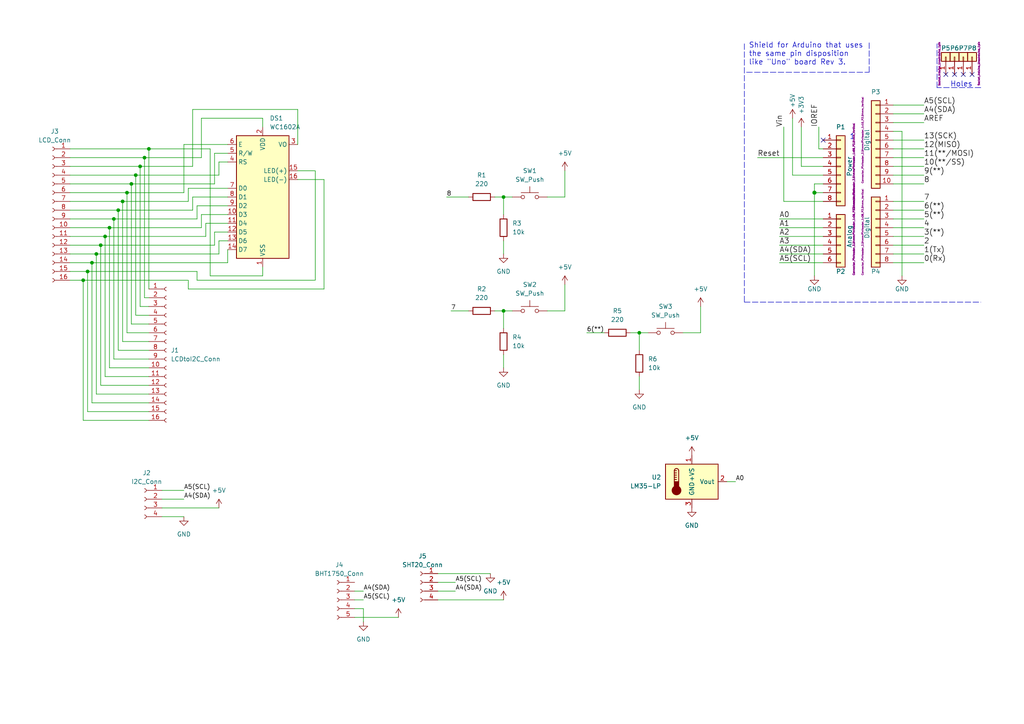
<source format=kicad_sch>
(kicad_sch (version 20211123) (generator eeschema)
  (paper "A4")
  (title_block (date "lun. 30 mars 2015"))
  (lib_symbols
    (symbol "Connector:Conn_01x04_Female" (pin_names (offset 1.016) hide)
      (property "Reference" "J" (at 0 5.08 0))
      (property "Value" "Conn_01x04_Female" (at 0 -7.62 0))
      (symbol "Conn_01x04_Female_1_1"
        (arc (start 0 -4.572) (mid -0.508 -5.08) (end 0 -5.588) (stroke (width 0.1524)))
        (arc (start 0 -2.032) (mid -0.508 -2.54) (end 0 -3.048) (stroke (width 0.1524)))
        (polyline (pts (xy -1.27 -5.08) (xy -0.508 -5.08)) (stroke (width 0.1524)))
        (polyline (pts (xy -1.27 -2.54) (xy -0.508 -2.54)) (stroke (width 0.1524)))
        (polyline (pts (xy -1.27 0) (xy -0.508 0)) (stroke (width 0.1524)))
        (polyline (pts (xy -1.27 2.54) (xy -0.508 2.54)) (stroke (width 0.1524)))
        (arc (start 0 0.508) (mid -0.508 0) (end 0 -0.508) (stroke (width 0.1524)))
        (arc (start 0 3.048) (mid -0.508 2.54) (end 0 2.032) (stroke (width 0.1524)))
        (pin passive line (at -5.08 2.54 0) (length 3.81) (name "Pin_1") (number "1"))
        (pin passive line (at -5.08 0 0) (length 3.81) (name "Pin_2") (number "2"))
        (pin passive line (at -5.08 -2.54 0) (length 3.81) (name "Pin_3") (number "3"))
        (pin passive line (at -5.08 -5.08 0) (length 3.81) (name "Pin_4") (number "4"))
      )
    )
    (symbol "Connector:Conn_01x05_Female" (pin_names (offset 1.016) hide)
      (property "Reference" "J" (at 0 7.62 0))
      (property "Value" "Conn_01x05_Female" (at 0 -7.62 0))
      (symbol "Conn_01x05_Female_1_1"
        (arc (start 0 -4.572) (mid -0.508 -5.08) (end 0 -5.588) (stroke (width 0.1524)))
        (arc (start 0 -2.032) (mid -0.508 -2.54) (end 0 -3.048) (stroke (width 0.1524)))
        (polyline (pts (xy -1.27 -5.08) (xy -0.508 -5.08)) (stroke (width 0.1524)))
        (polyline (pts (xy -1.27 -2.54) (xy -0.508 -2.54)) (stroke (width 0.1524)))
        (polyline (pts (xy -1.27 0) (xy -0.508 0)) (stroke (width 0.1524)))
        (polyline (pts (xy -1.27 2.54) (xy -0.508 2.54)) (stroke (width 0.1524)))
        (polyline (pts (xy -1.27 5.08) (xy -0.508 5.08)) (stroke (width 0.1524)))
        (arc (start 0 0.508) (mid -0.508 0) (end 0 -0.508) (stroke (width 0.1524)))
        (arc (start 0 3.048) (mid -0.508 2.54) (end 0 2.032) (stroke (width 0.1524)))
        (arc (start 0 5.588) (mid -0.508 5.08) (end 0 4.572) (stroke (width 0.1524)))
        (pin passive line (at -5.08 5.08 0) (length 3.81) (name "Pin_1") (number "1"))
        (pin passive line (at -5.08 2.54 0) (length 3.81) (name "Pin_2") (number "2"))
        (pin passive line (at -5.08 0 0) (length 3.81) (name "Pin_3") (number "3"))
        (pin passive line (at -5.08 -2.54 0) (length 3.81) (name "Pin_4") (number "4"))
        (pin passive line (at -5.08 -5.08 0) (length 3.81) (name "Pin_5") (number "5"))
      )
    )
    (symbol "Connector:Conn_01x16_Female" (pin_names (offset 1.016) hide)
      (property "Reference" "J" (at 0 20.32 0))
      (property "Value" "Conn_01x16_Female" (at 0 -22.86 0))
      (symbol "Conn_01x16_Female_1_1"
        (arc (start 0 -19.812) (mid -0.508 -20.32) (end 0 -20.828) (stroke (width 0.1524)))
        (arc (start 0 -17.272) (mid -0.508 -17.78) (end 0 -18.288) (stroke (width 0.1524)))
        (arc (start 0 -14.732) (mid -0.508 -15.24) (end 0 -15.748) (stroke (width 0.1524)))
        (arc (start 0 -12.192) (mid -0.508 -12.7) (end 0 -13.208) (stroke (width 0.1524)))
        (arc (start 0 -9.652) (mid -0.508 -10.16) (end 0 -10.668) (stroke (width 0.1524)))
        (arc (start 0 -7.112) (mid -0.508 -7.62) (end 0 -8.128) (stroke (width 0.1524)))
        (arc (start 0 -4.572) (mid -0.508 -5.08) (end 0 -5.588) (stroke (width 0.1524)))
        (arc (start 0 -2.032) (mid -0.508 -2.54) (end 0 -3.048) (stroke (width 0.1524)))
        (polyline (pts (xy -1.27 -20.32) (xy -0.508 -20.32)) (stroke (width 0.1524)))
        (polyline (pts (xy -1.27 -17.78) (xy -0.508 -17.78)) (stroke (width 0.1524)))
        (polyline (pts (xy -1.27 -15.24) (xy -0.508 -15.24)) (stroke (width 0.1524)))
        (polyline (pts (xy -1.27 -12.7) (xy -0.508 -12.7)) (stroke (width 0.1524)))
        (polyline (pts (xy -1.27 -10.16) (xy -0.508 -10.16)) (stroke (width 0.1524)))
        (polyline (pts (xy -1.27 -7.62) (xy -0.508 -7.62)) (stroke (width 0.1524)))
        (polyline (pts (xy -1.27 -5.08) (xy -0.508 -5.08)) (stroke (width 0.1524)))
        (polyline (pts (xy -1.27 -2.54) (xy -0.508 -2.54)) (stroke (width 0.1524)))
        (polyline (pts (xy -1.27 0) (xy -0.508 0)) (stroke (width 0.1524)))
        (polyline (pts (xy -1.27 2.54) (xy -0.508 2.54)) (stroke (width 0.1524)))
        (polyline (pts (xy -1.27 5.08) (xy -0.508 5.08)) (stroke (width 0.1524)))
        (polyline (pts (xy -1.27 7.62) (xy -0.508 7.62)) (stroke (width 0.1524)))
        (polyline (pts (xy -1.27 10.16) (xy -0.508 10.16)) (stroke (width 0.1524)))
        (polyline (pts (xy -1.27 12.7) (xy -0.508 12.7)) (stroke (width 0.1524)))
        (polyline (pts (xy -1.27 15.24) (xy -0.508 15.24)) (stroke (width 0.1524)))
        (polyline (pts (xy -1.27 17.78) (xy -0.508 17.78)) (stroke (width 0.1524)))
        (arc (start 0 0.508) (mid -0.508 0) (end 0 -0.508) (stroke (width 0.1524)))
        (arc (start 0 3.048) (mid -0.508 2.54) (end 0 2.032) (stroke (width 0.1524)))
        (arc (start 0 5.588) (mid -0.508 5.08) (end 0 4.572) (stroke (width 0.1524)))
        (arc (start 0 8.128) (mid -0.508 7.62) (end 0 7.112) (stroke (width 0.1524)))
        (arc (start 0 10.668) (mid -0.508 10.16) (end 0 9.652) (stroke (width 0.1524)))
        (arc (start 0 13.208) (mid -0.508 12.7) (end 0 12.192) (stroke (width 0.1524)))
        (arc (start 0 15.748) (mid -0.508 15.24) (end 0 14.732) (stroke (width 0.1524)))
        (arc (start 0 18.288) (mid -0.508 17.78) (end 0 17.272) (stroke (width 0.1524)))
        (pin passive line (at -5.08 17.78 0) (length 3.81) (name "Pin_1") (number "1"))
        (pin passive line (at -5.08 -5.08 0) (length 3.81) (name "Pin_10") (number "10"))
        (pin passive line (at -5.08 -7.62 0) (length 3.81) (name "Pin_11") (number "11"))
        (pin passive line (at -5.08 -10.16 0) (length 3.81) (name "Pin_12") (number "12"))
        (pin passive line (at -5.08 -12.7 0) (length 3.81) (name "Pin_13") (number "13"))
        (pin passive line (at -5.08 -15.24 0) (length 3.81) (name "Pin_14") (number "14"))
        (pin passive line (at -5.08 -17.78 0) (length 3.81) (name "Pin_15") (number "15"))
        (pin passive line (at -5.08 -20.32 0) (length 3.81) (name "Pin_16") (number "16"))
        (pin passive line (at -5.08 15.24 0) (length 3.81) (name "Pin_2") (number "2"))
        (pin passive line (at -5.08 12.7 0) (length 3.81) (name "Pin_3") (number "3"))
        (pin passive line (at -5.08 10.16 0) (length 3.81) (name "Pin_4") (number "4"))
        (pin passive line (at -5.08 7.62 0) (length 3.81) (name "Pin_5") (number "5"))
        (pin passive line (at -5.08 5.08 0) (length 3.81) (name "Pin_6") (number "6"))
        (pin passive line (at -5.08 2.54 0) (length 3.81) (name "Pin_7") (number "7"))
        (pin passive line (at -5.08 0 0) (length 3.81) (name "Pin_8") (number "8"))
        (pin passive line (at -5.08 -2.54 0) (length 3.81) (name "Pin_9") (number "9"))
      )
    )
    (symbol "Connector_Generic:Conn_01x01" (pin_names (offset 1.016) hide)
      (property "Reference" "J" (at 0 2.54 0))
      (property "Value" "Conn_01x01" (at 0 -2.54 0))
      (symbol "Conn_01x01_1_1"
        (rectangle (start -1.27 0.127) (end 0 -0.127) (stroke (width 0.1524)))
        (rectangle (start -1.27 1.27) (end 1.27 -1.27) (stroke (width 0.254)) (fill (type background)))
        (pin passive line (at -5.08 0 0) (length 3.81) (name "Pin_1") (number "1"))
      )
    )
    (symbol "Connector_Generic:Conn_01x06" (pin_names (offset 1.016) hide)
      (property "Reference" "J" (at 0 7.62 0))
      (property "Value" "Conn_01x06" (at 0 -10.16 0))
      (symbol "Conn_01x06_1_1"
        (rectangle (start -1.27 -7.493) (end 0 -7.747) (stroke (width 0.1524)))
        (rectangle (start -1.27 -4.953) (end 0 -5.207) (stroke (width 0.1524)))
        (rectangle (start -1.27 -2.413) (end 0 -2.667) (stroke (width 0.1524)))
        (rectangle (start -1.27 0.127) (end 0 -0.127) (stroke (width 0.1524)))
        (rectangle (start -1.27 2.667) (end 0 2.413) (stroke (width 0.1524)))
        (rectangle (start -1.27 5.207) (end 0 4.953) (stroke (width 0.1524)))
        (rectangle (start -1.27 6.35) (end 1.27 -8.89) (stroke (width 0.254)) (fill (type background)))
        (pin passive line (at -5.08 5.08 0) (length 3.81) (name "Pin_1") (number "1"))
        (pin passive line (at -5.08 2.54 0) (length 3.81) (name "Pin_2") (number "2"))
        (pin passive line (at -5.08 0 0) (length 3.81) (name "Pin_3") (number "3"))
        (pin passive line (at -5.08 -2.54 0) (length 3.81) (name "Pin_4") (number "4"))
        (pin passive line (at -5.08 -5.08 0) (length 3.81) (name "Pin_5") (number "5"))
        (pin passive line (at -5.08 -7.62 0) (length 3.81) (name "Pin_6") (number "6"))
      )
    )
    (symbol "Connector_Generic:Conn_01x08" (pin_names (offset 1.016) hide)
      (property "Reference" "J" (at 0 10.16 0))
      (property "Value" "Conn_01x08" (at 0 -12.7 0))
      (symbol "Conn_01x08_1_1"
        (rectangle (start -1.27 -10.033) (end 0 -10.287) (stroke (width 0.1524)))
        (rectangle (start -1.27 -7.493) (end 0 -7.747) (stroke (width 0.1524)))
        (rectangle (start -1.27 -4.953) (end 0 -5.207) (stroke (width 0.1524)))
        (rectangle (start -1.27 -2.413) (end 0 -2.667) (stroke (width 0.1524)))
        (rectangle (start -1.27 0.127) (end 0 -0.127) (stroke (width 0.1524)))
        (rectangle (start -1.27 2.667) (end 0 2.413) (stroke (width 0.1524)))
        (rectangle (start -1.27 5.207) (end 0 4.953) (stroke (width 0.1524)))
        (rectangle (start -1.27 7.747) (end 0 7.493) (stroke (width 0.1524)))
        (rectangle (start -1.27 8.89) (end 1.27 -11.43) (stroke (width 0.254)) (fill (type background)))
        (pin passive line (at -5.08 7.62 0) (length 3.81) (name "Pin_1") (number "1"))
        (pin passive line (at -5.08 5.08 0) (length 3.81) (name "Pin_2") (number "2"))
        (pin passive line (at -5.08 2.54 0) (length 3.81) (name "Pin_3") (number "3"))
        (pin passive line (at -5.08 0 0) (length 3.81) (name "Pin_4") (number "4"))
        (pin passive line (at -5.08 -2.54 0) (length 3.81) (name "Pin_5") (number "5"))
        (pin passive line (at -5.08 -5.08 0) (length 3.81) (name "Pin_6") (number "6"))
        (pin passive line (at -5.08 -7.62 0) (length 3.81) (name "Pin_7") (number "7"))
        (pin passive line (at -5.08 -10.16 0) (length 3.81) (name "Pin_8") (number "8"))
      )
    )
    (symbol "Connector_Generic:Conn_01x10" (pin_names (offset 1.016) hide)
      (property "Reference" "J" (at 0 12.7 0))
      (property "Value" "Conn_01x10" (at 0 -15.24 0))
      (symbol "Conn_01x10_1_1"
        (rectangle (start -1.27 -12.573) (end 0 -12.827) (stroke (width 0.1524)))
        (rectangle (start -1.27 -10.033) (end 0 -10.287) (stroke (width 0.1524)))
        (rectangle (start -1.27 -7.493) (end 0 -7.747) (stroke (width 0.1524)))
        (rectangle (start -1.27 -4.953) (end 0 -5.207) (stroke (width 0.1524)))
        (rectangle (start -1.27 -2.413) (end 0 -2.667) (stroke (width 0.1524)))
        (rectangle (start -1.27 0.127) (end 0 -0.127) (stroke (width 0.1524)))
        (rectangle (start -1.27 2.667) (end 0 2.413) (stroke (width 0.1524)))
        (rectangle (start -1.27 5.207) (end 0 4.953) (stroke (width 0.1524)))
        (rectangle (start -1.27 7.747) (end 0 7.493) (stroke (width 0.1524)))
        (rectangle (start -1.27 10.287) (end 0 10.033) (stroke (width 0.1524)))
        (rectangle (start -1.27 11.43) (end 1.27 -13.97) (stroke (width 0.254)) (fill (type background)))
        (pin passive line (at -5.08 10.16 0) (length 3.81) (name "Pin_1") (number "1"))
        (pin passive line (at -5.08 -12.7 0) (length 3.81) (name "Pin_10") (number "10"))
        (pin passive line (at -5.08 7.62 0) (length 3.81) (name "Pin_2") (number "2"))
        (pin passive line (at -5.08 5.08 0) (length 3.81) (name "Pin_3") (number "3"))
        (pin passive line (at -5.08 2.54 0) (length 3.81) (name "Pin_4") (number "4"))
        (pin passive line (at -5.08 0 0) (length 3.81) (name "Pin_5") (number "5"))
        (pin passive line (at -5.08 -2.54 0) (length 3.81) (name "Pin_6") (number "6"))
        (pin passive line (at -5.08 -5.08 0) (length 3.81) (name "Pin_7") (number "7"))
        (pin passive line (at -5.08 -7.62 0) (length 3.81) (name "Pin_8") (number "8"))
        (pin passive line (at -5.08 -10.16 0) (length 3.81) (name "Pin_9") (number "9"))
      )
    )
    (symbol "Device:R" (pin_numbers hide) (pin_names (offset 0))
      (property "Reference" "R" (at 2.032 0 90))
      (property "Value" "R" (at 0 0 90))
      (symbol "R_0_1"
        (rectangle (start -1.016 -2.54) (end 1.016 2.54) (stroke (width 0.254)))
      )
      (symbol "R_1_1"
        (pin passive line (at 0 3.81 270) (length 1.27) (name "~") (number "1"))
        (pin passive line (at 0 -3.81 90) (length 1.27) (name "~") (number "2"))
      )
    )
    (symbol "Display_Character:WC1602A"
      (property "Reference" "DS" (at -5.842 19.05 0))
      (property "Value" "WC1602A" (at 5.334 19.05 0))
      (symbol "WC1602A_1_1"
        (rectangle (start -7.62 17.78) (end 7.62 -17.78) (stroke (width 0.254)) (fill (type background)))
        (pin power_in line (at 0 -20.32 90) (length 2.54) (name "VSS") (number "1"))
        (pin input line (at -10.16 -5.08 0) (length 2.54) (name "D3") (number "10"))
        (pin input line (at -10.16 -7.62 0) (length 2.54) (name "D4") (number "11"))
        (pin input line (at -10.16 -10.16 0) (length 2.54) (name "D5") (number "12"))
        (pin input line (at -10.16 -12.7 0) (length 2.54) (name "D6") (number "13"))
        (pin input line (at -10.16 -15.24 0) (length 2.54) (name "D7") (number "14"))
        (pin power_in line (at 10.16 7.62 180) (length 2.54) (name "LED(+)") (number "15"))
        (pin power_in line (at 10.16 5.08 180) (length 2.54) (name "LED(-)") (number "16"))
        (pin power_in line (at 0 20.32 270) (length 2.54) (name "VDD") (number "2"))
        (pin input line (at 10.16 15.24 180) (length 2.54) (name "VO") (number "3"))
        (pin input line (at -10.16 10.16 0) (length 2.54) (name "RS") (number "4"))
        (pin input line (at -10.16 12.7 0) (length 2.54) (name "R/W") (number "5"))
        (pin input line (at -10.16 15.24 0) (length 2.54) (name "E") (number "6"))
        (pin input line (at -10.16 2.54 0) (length 2.54) (name "D0") (number "7"))
        (pin input line (at -10.16 0 0) (length 2.54) (name "D1") (number "8"))
        (pin input line (at -10.16 -2.54 0) (length 2.54) (name "D2") (number "9"))
      )
    )
    (symbol "Sensor_Temperature:LM35-LP" (pin_names (offset 1.016))
      (property "Reference" "U" (at -6.35 6.35 0))
      (property "Value" "LM35-LP" (at 1.27 6.35 0))
      (symbol "LM35-LP_0_1"
        (rectangle (start -7.62 5.08) (end 7.62 -5.08) (stroke (width 0.254)) (fill (type background)))
        (circle (center -4.445 -2.54) (radius 1.27) (stroke (width 0.254)) (fill (type outline)))
        (rectangle (start -3.81 -1.905) (end -5.08 0) (stroke (width 0.254)) (fill (type outline)))
        (arc (start -3.81 3.175) (mid -4.445 3.81) (end -5.08 3.175) (stroke (width 0.254)))
        (polyline (pts (xy -5.08 0.635) (xy -4.445 0.635)) (stroke (width 0.254)))
        (polyline (pts (xy -5.08 1.27) (xy -4.445 1.27)) (stroke (width 0.254)))
        (polyline (pts (xy -5.08 1.905) (xy -4.445 1.905)) (stroke (width 0.254)))
        (polyline (pts (xy -5.08 2.54) (xy -4.445 2.54)) (stroke (width 0.254)))
        (polyline (pts (xy -5.08 3.175) (xy -5.08 0)) (stroke (width 0.254)))
        (polyline (pts (xy -5.08 3.175) (xy -4.445 3.175)) (stroke (width 0.254)))
        (polyline (pts (xy -3.81 3.175) (xy -3.81 0)) (stroke (width 0.254)))
      )
      (symbol "LM35-LP_1_1"
        (pin power_in line (at 0 7.62 270) (length 2.54) (name "+VS") (number "1"))
        (pin output line (at 10.16 0 180) (length 2.54) (name "Vout") (number "2"))
        (pin power_in line (at 0 -7.62 90) (length 2.54) (name "GND") (number "3"))
      )
    )
    (symbol "Switch:SW_Push" (pin_numbers hide) (pin_names (offset 1.016) hide)
      (property "Reference" "SW" (at 1.27 2.54 0))
      (property "Value" "SW_Push" (at 0 -1.524 0))
      (symbol "SW_Push_0_1"
        (circle (center -2.032 0) (radius 0.508))
        (polyline (pts (xy 0 1.27) (xy 0 3.048)))
        (polyline (pts (xy 2.54 1.27) (xy -2.54 1.27)))
        (circle (center 2.032 0) (radius 0.508))
        (pin passive line (at -5.08 0 0) (length 2.54) (name "1") (number "1"))
        (pin passive line (at 5.08 0 180) (length 2.54) (name "2") (number "2"))
      )
    )
    (symbol "power:+3.3V" (power) (pin_names (offset 0))
      (property "Value" "+3.3V" (at 0 3.556 0))
      (symbol "+3.3V_0_1"
        (polyline (pts (xy -0.762 1.27) (xy 0 2.54)))
        (polyline (pts (xy 0 0) (xy 0 2.54)))
        (polyline (pts (xy 0 2.54) (xy 0.762 1.27)))
      )
      (symbol "+3.3V_1_1"
        (pin power_in line (at 0 0 90) (length 0) hide (name "+3V3") (number "1"))
      )
    )
    (symbol "power:+5V" (power) (pin_names (offset 0))
      (property "Value" "+5V" (at 0 3.556 0))
      (symbol "+5V_0_1"
        (polyline (pts (xy -0.762 1.27) (xy 0 2.54)))
        (polyline (pts (xy 0 0) (xy 0 2.54)))
        (polyline (pts (xy 0 2.54) (xy 0.762 1.27)))
      )
      (symbol "+5V_1_1"
        (pin power_in line (at 0 0 90) (length 0) hide (name "+5V") (number "1"))
      )
    )
    (symbol "power:GND" (power) (pin_names (offset 0))
      (property "Value" "GND" (at 0 -3.81 0))
      (symbol "GND_0_1"
        (polyline (pts (xy 0 0) (xy 0 -1.27) (xy 1.27 -1.27) (xy 0 -2.54) (xy -1.27 -1.27) (xy 0 -1.27)))
      )
      (symbol "GND_1_1"
        (pin power_in line (at 0 0 270) (length 0) hide (name "GND") (number "1"))
      )
    )
  )
  (junction (at 185.42 96.52))
  (junction (at 33.02 63.5))
  (junction (at 29.21 71.12))
  (junction (at 146.05 90.17))
  (junction (at 31.75 66.04))
  (junction (at 25.4 78.74))
  (junction (at 41.91 45.72))
  (junction (at 43.18 43.18))
  (junction (at 146.05 57.15))
  (junction (at 27.94 73.66))
  (junction (at 34.29 60.96))
  (junction (at 24.13 81.28))
  (junction (at 26.67 76.2))
  (junction (at 35.56 58.42))
  (junction (at 236.22 55.88) (diameter 1.016))
  (junction (at 30.48 68.58))
  (junction (at 38.1 53.34))
  (junction (at 39.37 50.8))
  (junction (at 36.83 55.88))
  (junction (at 40.64 48.26))
  (no_connect (at 279.4 21.59))
  (no_connect (at 274.32 21.59))
  (no_connect (at 276.86 21.59))
  (no_connect (at 281.94 21.59))
  (no_connect (at 238.76 40.64))
  (wire (pts (xy 35.56 99.06) (xy 35.56 58.42)))
  (wire (pts (xy 102.87 171.45) (xy 105.41 171.45)))
  (wire (pts (xy 43.18 101.6) (xy 34.29 101.6)))
  (wire (pts (xy 43.18 43.18) (xy 43.18 83.82)))
  (wire (pts (xy 30.48 109.22) (xy 30.48 68.58)))
  (wire (pts (xy 238.76 48.26) (xy 232.41 48.26)))
  (wire (pts (xy 146.05 102.87) (xy 146.05 106.68)))
  (wire (pts (xy 238.76 71.12) (xy 226.06 71.12)))
  (wire (pts (xy 66.04 72.39) (xy 66.04 76.2)))
  (wire (pts (xy 43.18 99.06) (xy 35.56 99.06)))
  (polyline (pts (xy 252.095 20.955) (xy 252.095 12.065)) (stroke (width 0) (type dash)))
  (wire (pts (xy 43.18 114.3) (xy 27.94 114.3)))
  (wire (pts (xy 129.54 57.15) (xy 135.89 57.15)))
  (wire (pts (xy 20.32 73.66) (xy 27.94 73.66)))
  (wire (pts (xy 62.23 53.34) (xy 62.23 44.45)))
  (wire (pts (xy 185.42 101.6) (xy 185.42 96.52)))
  (wire (pts (xy 25.4 78.74) (xy 57.15 78.74)))
  (wire (pts (xy 66.04 76.2) (xy 26.67 76.2)))
  (wire (pts (xy 259.08 63.5) (xy 267.97 63.5)))
  (wire (pts (xy 54.61 81.28) (xy 54.61 83.82)))
  (wire (pts (xy 43.18 119.38) (xy 25.4 119.38)))
  (wire (pts (xy 43.18 111.76) (xy 29.21 111.76)))
  (wire (pts (xy 57.15 63.5) (xy 33.02 63.5)))
  (wire (pts (xy 146.05 90.17) (xy 148.59 90.17)))
  (wire (pts (xy 158.75 90.17) (xy 163.83 90.17)))
  (wire (pts (xy 163.83 57.15) (xy 163.83 49.53)))
  (wire (pts (xy 57.15 81.28) (xy 57.15 78.74)))
  (wire (pts (xy 236.22 53.34) (xy 236.22 55.88)))
  (wire (pts (xy 27.94 73.66) (xy 63.5 73.66)))
  (wire (pts (xy 102.87 176.53) (xy 105.41 176.53)))
  (wire (pts (xy 27.94 114.3) (xy 27.94 73.66)))
  (wire (pts (xy 59.69 64.77) (xy 59.69 68.58)))
  (wire (pts (xy 55.88 60.96) (xy 34.29 60.96)))
  (wire (pts (xy 55.88 57.15) (xy 55.88 60.96)))
  (wire (pts (xy 259.08 43.18) (xy 267.97 43.18)))
  (wire (pts (xy 261.62 38.1) (xy 261.62 80.01)))
  (wire (pts (xy 41.91 45.72) (xy 41.91 86.36)))
  (wire (pts (xy 238.76 53.34) (xy 236.22 53.34)))
  (wire (pts (xy 143.51 57.15) (xy 146.05 57.15)))
  (wire (pts (xy 20.32 50.8) (xy 39.37 50.8)))
  (wire (pts (xy 63.5 46.99) (xy 66.04 46.99)))
  (wire (pts (xy 63.5 69.85) (xy 63.5 73.66)))
  (wire (pts (xy 20.32 76.2) (xy 26.67 76.2)))
  (wire (pts (xy 20.32 55.88) (xy 36.83 55.88)))
  (wire (pts (xy 26.67 116.84) (xy 26.67 76.2)))
  (wire (pts (xy 66.04 67.31) (xy 62.23 67.31)))
  (wire (pts (xy 259.08 53.34) (xy 267.97 53.34)))
  (wire (pts (xy 237.49 43.18) (xy 238.76 43.18)))
  (wire (pts (xy 238.76 50.8) (xy 229.87 50.8)))
  (wire (pts (xy 43.18 121.92) (xy 24.13 121.92)))
  (wire (pts (xy 34.29 101.6) (xy 34.29 60.96)))
  (wire (pts (xy 185.42 96.52) (xy 187.96 96.52)))
  (wire (pts (xy 53.34 41.91) (xy 53.34 55.88)))
  (wire (pts (xy 259.08 40.64) (xy 267.97 40.64)))
  (wire (pts (xy 170.18 96.52) (xy 175.26 96.52)))
  (wire (pts (xy 39.37 50.8) (xy 63.5 50.8)))
  (wire (pts (xy 39.37 50.8) (xy 39.37 91.44)))
  (wire (pts (xy 259.08 58.42) (xy 267.97 58.42)))
  (wire (pts (xy 238.76 66.04) (xy 226.06 66.04)))
  (wire (pts (xy 20.32 58.42) (xy 35.56 58.42)))
  (wire (pts (xy 259.08 30.48) (xy 267.97 30.48)))
  (wire (pts (xy 20.32 45.72) (xy 41.91 45.72)))
  (wire (pts (xy 55.88 48.26) (xy 40.64 48.26)))
  (wire (pts (xy 60.96 43.18) (xy 60.96 80.01)))
  (wire (pts (xy 259.08 71.12) (xy 267.97 71.12)))
  (wire (pts (xy 57.15 59.69) (xy 57.15 63.5)))
  (wire (pts (xy 43.18 106.68) (xy 31.75 106.68)))
  (wire (pts (xy 66.04 54.61) (xy 54.61 54.61)))
  (wire (pts (xy 20.32 48.26) (xy 40.64 48.26)))
  (wire (pts (xy 59.69 68.58) (xy 30.48 68.58)))
  (wire (pts (xy 33.02 104.14) (xy 33.02 63.5)))
  (wire (pts (xy 163.83 90.17) (xy 163.83 82.55)))
  (wire (pts (xy 66.04 41.91) (xy 53.34 41.91)))
  (wire (pts (xy 102.87 179.07) (xy 115.57 179.07)))
  (wire (pts (xy 238.76 58.42) (xy 227.33 58.42)))
  (wire (pts (xy 91.44 81.28) (xy 57.15 81.28)))
  (wire (pts (xy 46.99 149.86) (xy 53.34 149.86)))
  (wire (pts (xy 66.04 64.77) (xy 59.69 64.77)))
  (wire (pts (xy 38.1 53.34) (xy 38.1 93.98)))
  (wire (pts (xy 54.61 83.82) (xy 93.98 83.82)))
  (wire (pts (xy 46.99 147.32) (xy 63.5 147.32)))
  (wire (pts (xy 146.05 69.85) (xy 146.05 73.66)))
  (wire (pts (xy 91.44 49.53) (xy 91.44 81.28)))
  (wire (pts (xy 86.36 49.53) (xy 91.44 49.53)))
  (wire (pts (xy 20.32 78.74) (xy 25.4 78.74)))
  (wire (pts (xy 143.51 90.17) (xy 146.05 90.17)))
  (wire (pts (xy 93.98 52.07) (xy 86.36 52.07)))
  (wire (pts (xy 20.32 68.58) (xy 30.48 68.58)))
  (wire (pts (xy 146.05 57.15) (xy 148.59 57.15)))
  (wire (pts (xy 46.99 142.24) (xy 53.34 142.24)))
  (wire (pts (xy 238.76 63.5) (xy 226.06 63.5)))
  (wire (pts (xy 198.12 96.52) (xy 203.2 96.52)))
  (wire (pts (xy 185.42 109.22) (xy 185.42 113.03)))
  (wire (pts (xy 43.18 88.9) (xy 40.64 88.9)))
  (wire (pts (xy 259.08 45.72) (xy 267.97 45.72)))
  (wire (pts (xy 238.76 73.66) (xy 226.06 73.66)))
  (wire (pts (xy 105.41 176.53) (xy 105.41 180.34)))
  (wire (pts (xy 43.18 96.52) (xy 36.83 96.52)))
  (wire (pts (xy 102.87 173.99) (xy 105.41 173.99)))
  (polyline (pts (xy 284.48 25.4) (xy 271.78 25.4)) (stroke (width 0) (type dash)))
  (wire (pts (xy 20.32 71.12) (xy 29.21 71.12)))
  (wire (pts (xy 53.34 55.88) (xy 36.83 55.88)))
  (wire (pts (xy 58.42 45.72) (xy 58.42 34.29)))
  (wire (pts (xy 25.4 119.38) (xy 25.4 78.74)))
  (wire (pts (xy 43.18 93.98) (xy 38.1 93.98)))
  (wire (pts (xy 238.76 45.72) (xy 219.71 45.72)))
  (wire (pts (xy 259.08 38.1) (xy 261.62 38.1)))
  (wire (pts (xy 238.76 55.88) (xy 236.22 55.88)))
  (wire (pts (xy 41.91 45.72) (xy 58.42 45.72)))
  (wire (pts (xy 20.32 63.5) (xy 33.02 63.5)))
  (wire (pts (xy 93.98 83.82) (xy 93.98 52.07)))
  (wire (pts (xy 259.08 50.8) (xy 267.97 50.8)))
  (wire (pts (xy 43.18 43.18) (xy 60.96 43.18)))
  (wire (pts (xy 86.36 31.75) (xy 55.88 31.75)))
  (wire (pts (xy 46.99 144.78) (xy 53.34 144.78)))
  (wire (pts (xy 127 173.99) (xy 146.05 173.99)))
  (wire (pts (xy 86.36 41.91) (xy 86.36 31.75)))
  (wire (pts (xy 24.13 121.92) (xy 24.13 81.28)))
  (wire (pts (xy 43.18 104.14) (xy 33.02 104.14)))
  (wire (pts (xy 236.22 55.88) (xy 236.22 80.01)))
  (wire (pts (xy 132.08 168.91) (xy 127 168.91)))
  (wire (pts (xy 227.33 58.42) (xy 227.33 36.83)))
  (wire (pts (xy 20.32 43.18) (xy 43.18 43.18)))
  (wire (pts (xy 20.32 66.04) (xy 31.75 66.04)))
  (wire (pts (xy 210.82 139.7) (xy 213.36 139.7)))
  (polyline (pts (xy 215.9 87.63) (xy 284.48 87.63)) (stroke (width 0) (type dash)))
  (wire (pts (xy 62.23 44.45) (xy 66.04 44.45)))
  (wire (pts (xy 62.23 71.12) (xy 29.21 71.12)))
  (wire (pts (xy 259.08 68.58) (xy 267.97 68.58)))
  (wire (pts (xy 158.75 57.15) (xy 163.83 57.15)))
  (wire (pts (xy 238.76 76.2) (xy 226.06 76.2)))
  (wire (pts (xy 58.42 62.23) (xy 58.42 66.04)))
  (wire (pts (xy 66.04 62.23) (xy 58.42 62.23)))
  (wire (pts (xy 43.18 86.36) (xy 41.91 86.36)))
  (wire (pts (xy 31.75 106.68) (xy 31.75 66.04)))
  (wire (pts (xy 259.08 73.66) (xy 267.97 73.66)))
  (polyline (pts (xy 271.78 25.4) (xy 271.78 12.7)) (stroke (width 0) (type dash)))
  (wire (pts (xy 132.08 171.45) (xy 127 171.45)))
  (wire (pts (xy 20.32 60.96) (xy 34.29 60.96)))
  (wire (pts (xy 66.04 69.85) (xy 63.5 69.85)))
  (wire (pts (xy 259.08 60.96) (xy 267.97 60.96)))
  (wire (pts (xy 24.13 81.28) (xy 54.61 81.28)))
  (wire (pts (xy 55.88 31.75) (xy 55.88 48.26)))
  (wire (pts (xy 76.2 80.01) (xy 76.2 77.47)))
  (wire (pts (xy 229.87 50.8) (xy 229.87 34.29)))
  (wire (pts (xy 20.32 53.34) (xy 38.1 53.34)))
  (wire (pts (xy 43.18 116.84) (xy 26.67 116.84)))
  (wire (pts (xy 66.04 57.15) (xy 55.88 57.15)))
  (wire (pts (xy 259.08 33.02) (xy 267.97 33.02)))
  (wire (pts (xy 259.08 66.04) (xy 267.97 66.04)))
  (wire (pts (xy 259.08 35.56) (xy 267.97 35.56)))
  (wire (pts (xy 20.32 81.28) (xy 24.13 81.28)))
  (wire (pts (xy 43.18 91.44) (xy 39.37 91.44)))
  (polyline (pts (xy 215.9 12.7) (xy 215.9 87.63)) (stroke (width 0) (type dash)))
  (wire (pts (xy 66.04 59.69) (xy 57.15 59.69)))
  (wire (pts (xy 43.18 109.22) (xy 30.48 109.22)))
  (wire (pts (xy 203.2 96.52) (xy 203.2 88.9)))
  (wire (pts (xy 54.61 58.42) (xy 35.56 58.42)))
  (wire (pts (xy 127 166.37) (xy 142.24 166.37)))
  (wire (pts (xy 232.41 48.26) (xy 232.41 36.83)))
  (wire (pts (xy 237.49 36.83) (xy 237.49 43.18)))
  (wire (pts (xy 182.88 96.52) (xy 185.42 96.52)))
  (wire (pts (xy 130.81 90.17) (xy 135.89 90.17)))
  (wire (pts (xy 29.21 111.76) (xy 29.21 71.12)))
  (wire (pts (xy 62.23 67.31) (xy 62.23 71.12)))
  (wire (pts (xy 40.64 88.9) (xy 40.64 48.26)))
  (wire (pts (xy 146.05 62.23) (xy 146.05 57.15)))
  (wire (pts (xy 54.61 54.61) (xy 54.61 58.42)))
  (wire (pts (xy 36.83 96.52) (xy 36.83 55.88)))
  (wire (pts (xy 259.08 76.2) (xy 267.97 76.2)))
  (wire (pts (xy 259.08 48.26) (xy 267.97 48.26)))
  (wire (pts (xy 146.05 95.25) (xy 146.05 90.17)))
  (wire (pts (xy 38.1 53.34) (xy 62.23 53.34)))
  (wire (pts (xy 63.5 50.8) (xy 63.5 46.99)))
  (wire (pts (xy 60.96 80.01) (xy 76.2 80.01)))
  (wire (pts (xy 58.42 66.04) (xy 31.75 66.04)))
  (wire (pts (xy 76.2 34.29) (xy 76.2 36.83)))
  (wire (pts (xy 238.76 68.58) (xy 226.06 68.58)))
  (wire (pts (xy 58.42 34.29) (xy 76.2 34.29)))
  (polyline (pts (xy 216.535 20.955) (xy 252.095 20.955)) (stroke (width 0) (type dash)))
  (text "Holes" (at 275.59 25.4 0) (effects (font (size 1.524 1.524)) (justify left bottom)))
  (text "Shield for Arduino that uses\nthe same pin disposition\nlike \"Uno\" board Rev 3." (at 217.17 19.05 0) (effects (font (size 1.524 1.524)) (justify left bottom)))
  (text "1" (at 246.38 40.64 0) (effects (font (size 1.524 1.524)) (justify left bottom)))
  (label "6(**)" (at 170.18 96.52 0))
  (label "8" (at 129.54 57.15 0))
  (label "Vin" (at 227.33 36.83 90) (effects (font (size 1.524 1.524))))
  (label "0(Rx)" (at 267.97 76.2 0) (effects (font (size 1.524 1.524))))
  (label "A4(SDA)" (at 226.06 73.66 0) (effects (font (size 1.524 1.524))))
  (label "A0" (at 213.36 139.7 0))
  (label "4" (at 267.97 66.04 0) (effects (font (size 1.524 1.524))))
  (label "A5(SCL)" (at 53.34 142.24 0))
  (label "5(**)" (at 267.97 63.5 0) (effects (font (size 1.524 1.524))))
  (label "A2" (at 226.06 68.58 0) (effects (font (size 1.524 1.524))))
  (label "A4(SDA)" (at 53.34 144.78 0))
  (label "A5(SCL)" (at 226.06 76.2 0) (effects (font (size 1.524 1.524))))
  (label "A0" (at 226.06 63.5 0) (effects (font (size 1.524 1.524))))
  (label "A1" (at 226.06 66.04 0) (effects (font (size 1.524 1.524))))
  (label "10(**/SS)" (at 267.97 48.26 0) (effects (font (size 1.524 1.524))))
  (label "13(SCK)" (at 267.97 40.64 0) (effects (font (size 1.524 1.524))))
  (label "7" (at 130.81 90.17 0))
  (label "7" (at 267.97 58.42 0) (effects (font (size 1.524 1.524))))
  (label "A4(SDA)" (at 267.97 33.02 0) (effects (font (size 1.524 1.524))))
  (label "A3" (at 226.06 71.12 0) (effects (font (size 1.524 1.524))))
  (label "Reset" (at 219.71 45.72 0) (effects (font (size 1.524 1.524))))
  (label "2" (at 267.97 71.12 0) (effects (font (size 1.524 1.524))))
  (label "A5(SCL)" (at 132.08 168.91 0))
  (label "12(MISO)" (at 267.97 43.18 0) (effects (font (size 1.524 1.524))))
  (label "3(**)" (at 267.97 68.58 0) (effects (font (size 1.524 1.524))))
  (label "9(**)" (at 267.97 50.8 0) (effects (font (size 1.524 1.524))))
  (label "8" (at 267.97 53.34 0) (effects (font (size 1.524 1.524))))
  (label "A4(SDA)" (at 132.08 171.45 0))
  (label "A4(SDA)" (at 105.41 171.45 0))
  (label "A5(SCL)" (at 267.97 30.48 0) (effects (font (size 1.524 1.524))))
  (label "IOREF" (at 237.49 36.83 90) (effects (font (size 1.524 1.524))))
  (label "AREF" (at 267.97 35.56 0) (effects (font (size 1.524 1.524))))
  (label "11(**/MOSI)" (at 267.97 45.72 0) (effects (font (size 1.524 1.524))))
  (label "A5(SCL)" (at 105.41 173.99 0))
  (label "1(Tx)" (at 267.97 73.66 0) (effects (font (size 1.524 1.524))))
  (label "6(**)" (at 267.97 60.96 0) (effects (font (size 1.524 1.524))))
  (symbol (lib_id "Connector_Generic:Conn_01x08") (at 243.84 48.26 0) (unit 1)
    (property "Reference" "P1" (at 243.84 36.83 0))
    (property "Value" "Power" (at 246.38 48.26 90))
    (property "Footprint" "Connector_PinHeader_2.54mm:PinHeader_1x08_P2.54mm_Vertical" (at 247.65 48.26 90) (effects (font (size 0.508 0.508))))
  )
  (symbol (lib_id "power:+3.3V") (at 232.41 36.83 0) (unit 1)
    (property "Reference" "#PWR01" (effects hide))
    (property "Value" "+3.3V" (at 232.41 30.48 90))
  )
  (symbol (lib_id "power:+5V") (at 229.87 34.29 0) (unit 1)
    (property "Reference" "#PWR02" (effects hide))
    (property "Value" "+5V" (at 229.87 29.21 90))
  )
  (symbol (lib_id "power:GND") (at 236.22 80.01 0) (unit 1)
    (property "Reference" "#PWR03" (effects hide))
    (property "Value" "GND" (at 236.22 83.82 0))
  )
  (symbol (lib_id "power:GND") (at 261.62 80.01 0) (unit 1)
    (property "Reference" "#PWR04" (effects hide))
    (property "Value" "GND" (at 261.62 83.82 0))
  )
  (symbol (lib_id "Connector_Generic:Conn_01x06") (at 243.84 68.58 0) (unit 1)
    (property "Reference" "P2" (at 243.84 78.74 0))
    (property "Value" "Analog" (at 246.38 68.58 90))
    (property "Footprint" "Connector_PinHeader_2.54mm:PinHeader_1x06_P2.54mm_Vertical" (at 247.65 67.31 90) (effects (font (size 0.508 0.508))))
  )
  (symbol (lib_id "Connector_Generic:Conn_01x01") (at 274.32 16.51 90) (unit 1)
    (property "Reference" "P5" (at 274.32 13.97 90))
    (property "Value" "CONN_01X01" (effects hide))
    (property "Footprint" "Socket_Arduino_Uno:Arduino_1pin" (at 272.4404 18.5166 0) (effects (font (size 0.508 0.508))))
  )
  (symbol (lib_id "Connector_Generic:Conn_01x01") (at 276.86 16.51 90) (unit 1)
    (property "Reference" "P6" (at 276.86 13.97 90))
    (property "Value" "CONN_01X01" (effects hide))
    (property "Footprint" "Socket_Arduino_Uno:Arduino_1pin" (effects hide))
  )
  (symbol (lib_id "Connector_Generic:Conn_01x01") (at 279.4 16.51 90) (unit 1)
    (property "Reference" "P7" (at 279.4 13.97 90))
    (property "Value" "CONN_01X01" (effects hide))
    (property "Footprint" "Socket_Arduino_Uno:Arduino_1pin" (effects hide))
  )
  (symbol (lib_id "Connector_Generic:Conn_01x01") (at 281.94 16.51 90) (unit 1)
    (property "Reference" "P8" (at 281.94 13.97 90))
    (property "Value" "CONN_01X01" (effects hide))
    (property "Footprint" "Socket_Arduino_Uno:Arduino_1pin" (at 283.9212 18.4404 0) (effects (font (size 0.508 0.508))))
  )
  (symbol (lib_id "Connector_Generic:Conn_01x08") (at 254 66.04 0) (mirror y) (unit 1)
    (property "Reference" "P4" (at 254 78.74 0))
    (property "Value" "Digital" (at 251.46 66.04 90))
    (property "Footprint" "Connector_PinHeader_2.54mm:PinHeader_1x08_P2.54mm_Vertical" (at 250.19 67.31 90) (effects (font (size 0.508 0.508))))
  )
  (symbol (lib_id "Connector_Generic:Conn_01x10") (at 254 40.64 0) (mirror y) (unit 1)
    (property "Reference" "P3" (at 254 26.67 0))
    (property "Value" "Digital" (at 251.46 40.64 90))
    (property "Footprint" "Connector_PinHeader_2.54mm:PinHeader_1x10_P2.54mm_Vertical" (at 250.19 40.64 90) (effects (font (size 0.508 0.508))))
  )
  (symbol (lib_id "Device:R") (at 146.05 99.06 180) (unit 1)
    (property "Reference" "R4" (at 148.59 97.7899 0) (effects (justify right)))
    (property "Value" "10k" (at 148.59 100.3299 0) (effects (justify right)))
    (property "Footprint" "Resistor_THT:R_Axial_DIN0207_L6.3mm_D2.5mm_P10.16mm_Horizontal" (effects hide))
  )
  (symbol (lib_id "power:GND") (at 146.05 106.68 0) (unit 1)
    (property "Reference" "#PWR0110" (effects hide))
    (property "Value" "GND" (at 146.05 111.76 0))
  )
  (symbol (lib_id "Switch:SW_Push") (at 153.67 90.17 0) (unit 1)
    (property "Reference" "SW2" (at 153.67 82.55 0))
    (property "Value" "SW_Push" (at 153.67 85.09 0))
    (property "Footprint" "Button_Switch_THT:SW_PUSH_6mm" (effects hide))
  )
  (symbol (lib_id "Connector:Conn_01x16_Female") (at 48.26 101.6 0) (unit 1)
    (property "Reference" "J1" (at 49.53 101.5999 0) (effects (justify left)))
    (property "Value" "LCDtoI2C_Conn" (at 49.53 104.1399 0) (effects (justify left)))
    (property "Footprint" "Connector_PinSocket_2.54mm:PinSocket_1x16_P2.54mm_Vertical" (effects hide))
  )
  (symbol (lib_id "Device:R") (at 185.42 105.41 180) (unit 1)
    (property "Reference" "R6" (at 187.96 104.1399 0) (effects (justify right)))
    (property "Value" "10k" (at 187.96 106.6799 0) (effects (justify right)))
    (property "Footprint" "Resistor_THT:R_Axial_DIN0207_L6.3mm_D2.5mm_P10.16mm_Horizontal" (effects hide))
  )
  (symbol (lib_id "Device:R") (at 179.07 96.52 90) (unit 1)
    (property "Reference" "R5" (at 179.07 90.17 90))
    (property "Value" "220" (at 179.07 92.71 90))
    (property "Footprint" "Resistor_THT:R_Axial_DIN0207_L6.3mm_D2.5mm_P10.16mm_Horizontal" (effects hide))
  )
  (symbol (lib_id "power:+5V") (at 63.5 147.32 0) (unit 1)
    (property "Reference" "#PWR0101" (effects hide))
    (property "Value" "+5V" (at 63.5 142.24 0))
  )
  (symbol (lib_id "Device:R") (at 139.7 57.15 90) (unit 1)
    (property "Reference" "R1" (at 139.7 50.8 90))
    (property "Value" "220" (at 139.7 53.34 90))
    (property "Footprint" "Resistor_THT:R_Axial_DIN0207_L6.3mm_D2.5mm_P10.16mm_Horizontal" (effects hide))
  )
  (symbol (lib_id "Switch:SW_Push") (at 193.04 96.52 0) (unit 1)
    (property "Reference" "SW3" (at 193.04 88.9 0))
    (property "Value" "SW_Push" (at 193.04 91.44 0))
    (property "Footprint" "Button_Switch_THT:SW_PUSH_6mm" (effects hide))
  )
  (symbol (lib_id "Connector:Conn_01x04_Female") (at 41.91 144.78 0) (mirror y) (unit 1)
    (property "Reference" "J2" (at 42.545 137.16 0))
    (property "Value" "I2C_Conn" (at 42.545 139.7 0))
    (property "Footprint" "Connector_PinSocket_2.54mm:PinSocket_1x04_P2.54mm_Vertical" (effects hide))
  )
  (symbol (lib_id "power:+5V") (at 200.66 132.08 0) (unit 1)
    (property "Reference" "#PWR0108" (effects hide))
    (property "Value" "+5V" (at 200.66 127 0))
  )
  (symbol (lib_id "Switch:SW_Push") (at 153.67 57.15 0) (unit 1)
    (property "Reference" "SW1" (at 153.67 49.53 0))
    (property "Value" "SW_Push" (at 153.67 52.07 0))
    (property "Footprint" "Button_Switch_THT:SW_PUSH_6mm" (effects hide))
  )
  (symbol (lib_id "power:GND") (at 53.34 149.86 0) (unit 1)
    (property "Reference" "#PWR0102" (effects hide))
    (property "Value" "GND" (at 53.34 154.94 0))
  )
  (symbol (lib_id "Connector:Conn_01x05_Female") (at 97.79 173.99 0) (mirror y) (unit 1)
    (property "Reference" "J4" (at 98.425 163.83 0))
    (property "Value" "BHT1750_Conn" (at 98.425 166.37 0))
    (property "Footprint" "Connector_PinSocket_2.54mm:PinSocket_1x05_P2.54mm_Horizontal" (effects hide))
  )
  (symbol (lib_id "power:GND") (at 185.42 113.03 0) (unit 1)
    (property "Reference" "#PWR0113" (effects hide))
    (property "Value" "GND" (at 185.42 118.11 0))
  )
  (symbol (lib_id "power:+5V") (at 146.05 173.99 0) (unit 1)
    (property "Reference" "#PWR0103" (effects hide))
    (property "Value" "+5V" (at 146.05 168.91 0))
  )
  (symbol (lib_id "Connector:Conn_01x04_Female") (at 121.92 168.91 0) (mirror y) (unit 1)
    (property "Reference" "J5" (at 122.555 161.29 0))
    (property "Value" "SHT20_Conn" (at 122.555 163.83 0))
    (property "Footprint" "Connector_PinSocket_2.54mm:PinSocket_1x04_P2.54mm_Vertical" (effects hide))
  )
  (symbol (lib_id "power:GND") (at 142.24 166.37 0) (unit 1)
    (property "Reference" "#PWR0104" (effects hide))
    (property "Value" "GND" (at 142.24 171.45 0))
  )
  (symbol (lib_id "power:+5V") (at 163.83 82.55 0) (unit 1)
    (property "Reference" "#PWR0114" (effects hide))
    (property "Value" "+5V" (at 163.83 77.47 0))
  )
  (symbol (lib_id "power:+5V") (at 115.57 179.07 0) (unit 1)
    (property "Reference" "#PWR0107" (effects hide))
    (property "Value" "+5V" (at 115.57 173.99 0))
  )
  (symbol (lib_id "power:GND") (at 105.41 180.34 0) (unit 1)
    (property "Reference" "#PWR0106" (effects hide))
    (property "Value" "GND" (at 105.41 185.42 0))
  )
  (symbol (lib_id "power:GND") (at 200.66 147.32 0) (unit 1)
    (property "Reference" "#PWR0105" (effects hide))
    (property "Value" "GND" (at 200.66 152.4 0))
  )
  (symbol (lib_id "Display_Character:WC1602A") (at 76.2 57.15 0) (unit 1)
    (property "Reference" "DS1" (at 78.2194 34.29 0) (effects (justify left)))
    (property "Value" "WC1602A" (at 78.2194 36.83 0) (effects (justify left)))
    (property "Footprint" "Display:WC1602A" (effects hide))
    (property "Datasheet" "http://www.wincomlcd.com/pdf/WC1602A-SFYLYHTC06.pdf" (effects hide))
  )
  (symbol (lib_id "power:GND") (at 146.05 73.66 0) (unit 1)
    (property "Reference" "#PWR0109" (effects hide))
    (property "Value" "GND" (at 146.05 78.74 0))
  )
  (symbol (lib_id "power:+5V") (at 163.83 49.53 0) (unit 1)
    (property "Reference" "#PWR0112" (effects hide))
    (property "Value" "+5V" (at 163.83 44.45 0))
  )
  (symbol (lib_id "power:+5V") (at 203.2 88.9 0) (unit 1)
    (property "Reference" "#PWR0111" (effects hide))
    (property "Value" "+5V" (at 203.2 83.82 0))
  )
  (symbol (lib_id "Connector:Conn_01x16_Female") (at 15.24 60.96 0) (mirror y) (unit 1)
    (property "Reference" "J3" (at 15.875 38.1 0))
    (property "Value" "LCD_Conn" (at 15.875 40.64 0))
    (property "Footprint" "Connector_PinSocket_2.54mm:PinSocket_1x16_P2.54mm_Vertical" (effects hide))
  )
  (symbol (lib_id "Sensor_Temperature:LM35-LP") (at 200.66 139.7 0) (unit 1)
    (property "Reference" "U2" (at 191.77 138.4299 0) (effects (justify right)))
    (property "Value" "LM35-LP" (at 191.77 140.9699 0) (effects (justify right)))
    (property "Footprint" "Package_TO_SOT_THT:TO-92_Inline_Horizontal1" (effects hide))
    (property "Datasheet" "http://www.ti.com/lit/ds/symlink/lm35.pdf" (effects hide))
  )
  (symbol (lib_id "Device:R") (at 139.7 90.17 90) (unit 1)
    (property "Reference" "R2" (at 139.7 83.82 90))
    (property "Value" "220" (at 139.7 86.36 90))
    (property "Footprint" "Resistor_THT:R_Axial_DIN0207_L6.3mm_D2.5mm_P10.16mm_Horizontal" (effects hide))
  )
  (symbol (lib_id "Device:R") (at 146.05 66.04 180) (unit 1)
    (property "Reference" "R3" (at 148.59 64.7699 0) (effects (justify right)))
    (property "Value" "10k" (at 148.59 67.3099 0) (effects (justify right)))
    (property "Footprint" "Resistor_THT:R_Axial_DIN0207_L6.3mm_D2.5mm_P10.16mm_Horizontal" (effects hide))
  )
)
</source>
